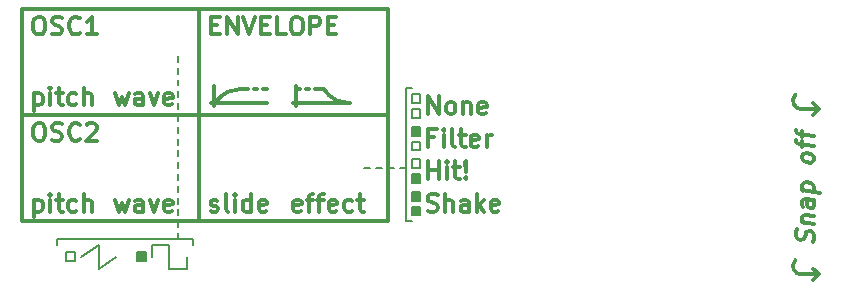
<source format=gbr>
G04 #@! TF.GenerationSoftware,KiCad,Pcbnew,(5.1.2)-2*
G04 #@! TF.CreationDate,2019-09-23T11:47:28+02:00*
G04 #@! TF.ProjectId,BusinessSynth,42757369-6e65-4737-9353-796e74682e6b,rev?*
G04 #@! TF.SameCoordinates,Original*
G04 #@! TF.FileFunction,Legend,Top*
G04 #@! TF.FilePolarity,Positive*
%FSLAX46Y46*%
G04 Gerber Fmt 4.6, Leading zero omitted, Abs format (unit mm)*
G04 Created by KiCad (PCBNEW (5.1.2)-2) date 2019-09-23 11:47:28*
%MOMM*%
%LPD*%
G04 APERTURE LIST*
%ADD10C,0.300000*%
%ADD11C,0.200000*%
G04 APERTURE END LIST*
D10*
X193000000Y-106000000D02*
G75*
G02X192500000Y-104792893I0J707107D01*
G01*
X193000000Y-92000000D02*
G75*
G02X192500000Y-90792893I0J707107D01*
G01*
X194500000Y-92000000D02*
X194000000Y-91500000D01*
X194000000Y-92500000D02*
X194500000Y-92000000D01*
X193000000Y-92000000D02*
X194500000Y-92000000D01*
X194000000Y-106500000D02*
X194500000Y-106000000D01*
X194500000Y-106000000D02*
X194000000Y-105500000D01*
X193000000Y-106000000D02*
X194500000Y-106000000D01*
X194007142Y-103218571D02*
X194078571Y-103013214D01*
X194078571Y-102656071D01*
X194007142Y-102504285D01*
X193935714Y-102423928D01*
X193792857Y-102334642D01*
X193650000Y-102316785D01*
X193507142Y-102370357D01*
X193435714Y-102432857D01*
X193364285Y-102566785D01*
X193292857Y-102843571D01*
X193221428Y-102977500D01*
X193150000Y-103040000D01*
X193007142Y-103093571D01*
X192864285Y-103075714D01*
X192721428Y-102986428D01*
X192650000Y-102906071D01*
X192578571Y-102754285D01*
X192578571Y-102397142D01*
X192650000Y-102191785D01*
X193078571Y-101602500D02*
X194078571Y-101727500D01*
X193221428Y-101620357D02*
X193150000Y-101540000D01*
X193078571Y-101388214D01*
X193078571Y-101173928D01*
X193150000Y-101040000D01*
X193292857Y-100986428D01*
X194078571Y-101084642D01*
X194078571Y-99727500D02*
X193292857Y-99629285D01*
X193150000Y-99682857D01*
X193078571Y-99816785D01*
X193078571Y-100102500D01*
X193150000Y-100254285D01*
X194007142Y-99718571D02*
X194078571Y-99870357D01*
X194078571Y-100227500D01*
X194007142Y-100361428D01*
X193864285Y-100415000D01*
X193721428Y-100397142D01*
X193578571Y-100307857D01*
X193507142Y-100156071D01*
X193507142Y-99798928D01*
X193435714Y-99647142D01*
X193078571Y-98888214D02*
X194578571Y-99075714D01*
X193150000Y-98897142D02*
X193078571Y-98745357D01*
X193078571Y-98459642D01*
X193150000Y-98325714D01*
X193221428Y-98263214D01*
X193364285Y-98209642D01*
X193792857Y-98263214D01*
X193935714Y-98352500D01*
X194007142Y-98432857D01*
X194078571Y-98584642D01*
X194078571Y-98870357D01*
X194007142Y-99004285D01*
X194078571Y-96298928D02*
X194007142Y-96432857D01*
X193935714Y-96495357D01*
X193792857Y-96548928D01*
X193364285Y-96495357D01*
X193221428Y-96406071D01*
X193150000Y-96325714D01*
X193078571Y-96173928D01*
X193078571Y-95959642D01*
X193150000Y-95825714D01*
X193221428Y-95763214D01*
X193364285Y-95709642D01*
X193792857Y-95763214D01*
X193935714Y-95852500D01*
X194007142Y-95932857D01*
X194078571Y-96084642D01*
X194078571Y-96298928D01*
X193078571Y-95245357D02*
X193078571Y-94673928D01*
X194078571Y-95156071D02*
X192792857Y-94995357D01*
X192650000Y-94906071D01*
X192578571Y-94754285D01*
X192578571Y-94611428D01*
X193078571Y-94388214D02*
X193078571Y-93816785D01*
X194078571Y-94298928D02*
X192792857Y-94138214D01*
X192650000Y-94048928D01*
X192578571Y-93897142D01*
X192578571Y-93754285D01*
X161355714Y-100607142D02*
X161570000Y-100678571D01*
X161927142Y-100678571D01*
X162070000Y-100607142D01*
X162141428Y-100535714D01*
X162212857Y-100392857D01*
X162212857Y-100250000D01*
X162141428Y-100107142D01*
X162070000Y-100035714D01*
X161927142Y-99964285D01*
X161641428Y-99892857D01*
X161498571Y-99821428D01*
X161427142Y-99750000D01*
X161355714Y-99607142D01*
X161355714Y-99464285D01*
X161427142Y-99321428D01*
X161498571Y-99250000D01*
X161641428Y-99178571D01*
X161998571Y-99178571D01*
X162212857Y-99250000D01*
X162855714Y-100678571D02*
X162855714Y-99178571D01*
X163498571Y-100678571D02*
X163498571Y-99892857D01*
X163427142Y-99750000D01*
X163284285Y-99678571D01*
X163070000Y-99678571D01*
X162927142Y-99750000D01*
X162855714Y-99821428D01*
X164855714Y-100678571D02*
X164855714Y-99892857D01*
X164784285Y-99750000D01*
X164641428Y-99678571D01*
X164355714Y-99678571D01*
X164212857Y-99750000D01*
X164855714Y-100607142D02*
X164712857Y-100678571D01*
X164355714Y-100678571D01*
X164212857Y-100607142D01*
X164141428Y-100464285D01*
X164141428Y-100321428D01*
X164212857Y-100178571D01*
X164355714Y-100107142D01*
X164712857Y-100107142D01*
X164855714Y-100035714D01*
X165570000Y-100678571D02*
X165570000Y-99178571D01*
X165712857Y-100107142D02*
X166141428Y-100678571D01*
X166141428Y-99678571D02*
X165570000Y-100250000D01*
X167355714Y-100607142D02*
X167212857Y-100678571D01*
X166927142Y-100678571D01*
X166784285Y-100607142D01*
X166712857Y-100464285D01*
X166712857Y-99892857D01*
X166784285Y-99750000D01*
X166927142Y-99678571D01*
X167212857Y-99678571D01*
X167355714Y-99750000D01*
X167427142Y-99892857D01*
X167427142Y-100035714D01*
X166712857Y-100178571D01*
X161927142Y-94392857D02*
X161427142Y-94392857D01*
X161427142Y-95178571D02*
X161427142Y-93678571D01*
X162141428Y-93678571D01*
X162712857Y-95178571D02*
X162712857Y-94178571D01*
X162712857Y-93678571D02*
X162641428Y-93750000D01*
X162712857Y-93821428D01*
X162784285Y-93750000D01*
X162712857Y-93678571D01*
X162712857Y-93821428D01*
X163641428Y-95178571D02*
X163498571Y-95107142D01*
X163427142Y-94964285D01*
X163427142Y-93678571D01*
X163998571Y-94178571D02*
X164570000Y-94178571D01*
X164212857Y-93678571D02*
X164212857Y-94964285D01*
X164284285Y-95107142D01*
X164427142Y-95178571D01*
X164570000Y-95178571D01*
X165641428Y-95107142D02*
X165498571Y-95178571D01*
X165212857Y-95178571D01*
X165070000Y-95107142D01*
X164998571Y-94964285D01*
X164998571Y-94392857D01*
X165070000Y-94250000D01*
X165212857Y-94178571D01*
X165498571Y-94178571D01*
X165641428Y-94250000D01*
X165712857Y-94392857D01*
X165712857Y-94535714D01*
X164998571Y-94678571D01*
X166355714Y-95178571D02*
X166355714Y-94178571D01*
X166355714Y-94464285D02*
X166427142Y-94321428D01*
X166498571Y-94250000D01*
X166641428Y-94178571D01*
X166784285Y-94178571D01*
X161427142Y-97928571D02*
X161427142Y-96428571D01*
X161427142Y-97142857D02*
X162284285Y-97142857D01*
X162284285Y-97928571D02*
X162284285Y-96428571D01*
X162998571Y-97928571D02*
X162998571Y-96928571D01*
X162998571Y-96428571D02*
X162927142Y-96500000D01*
X162998571Y-96571428D01*
X163070000Y-96500000D01*
X162998571Y-96428571D01*
X162998571Y-96571428D01*
X163498571Y-96928571D02*
X164070000Y-96928571D01*
X163712857Y-96428571D02*
X163712857Y-97714285D01*
X163784285Y-97857142D01*
X163927142Y-97928571D01*
X164070000Y-97928571D01*
X164570000Y-97785714D02*
X164641428Y-97857142D01*
X164570000Y-97928571D01*
X164498571Y-97857142D01*
X164570000Y-97785714D01*
X164570000Y-97928571D01*
X164570000Y-97357142D02*
X164498571Y-96500000D01*
X164570000Y-96428571D01*
X164641428Y-96500000D01*
X164570000Y-97357142D01*
X164570000Y-96428571D01*
X161427142Y-92428571D02*
X161427142Y-90928571D01*
X162284285Y-92428571D01*
X162284285Y-90928571D01*
X163212857Y-92428571D02*
X163070000Y-92357142D01*
X162998571Y-92285714D01*
X162927142Y-92142857D01*
X162927142Y-91714285D01*
X162998571Y-91571428D01*
X163070000Y-91500000D01*
X163212857Y-91428571D01*
X163427142Y-91428571D01*
X163570000Y-91500000D01*
X163641428Y-91571428D01*
X163712857Y-91714285D01*
X163712857Y-92142857D01*
X163641428Y-92285714D01*
X163570000Y-92357142D01*
X163427142Y-92428571D01*
X163212857Y-92428571D01*
X164355714Y-91428571D02*
X164355714Y-92428571D01*
X164355714Y-91571428D02*
X164427142Y-91500000D01*
X164570000Y-91428571D01*
X164784285Y-91428571D01*
X164927142Y-91500000D01*
X164998571Y-91642857D01*
X164998571Y-92428571D01*
X166284285Y-92357142D02*
X166141428Y-92428571D01*
X165855714Y-92428571D01*
X165712857Y-92357142D01*
X165641428Y-92214285D01*
X165641428Y-91642857D01*
X165712857Y-91500000D01*
X165855714Y-91428571D01*
X166141428Y-91428571D01*
X166284285Y-91500000D01*
X166355714Y-91642857D01*
X166355714Y-91785714D01*
X165641428Y-91928571D01*
D11*
X160750000Y-91500000D02*
X160750000Y-90750000D01*
X160000000Y-90750000D02*
X160000000Y-91500000D01*
X160000000Y-91500000D02*
X160750000Y-91500000D01*
G36*
X160750000Y-99750000D02*
G01*
X160000000Y-99750000D01*
X160000000Y-99000000D01*
X160750000Y-99000000D01*
X160750000Y-99750000D01*
G37*
X160750000Y-99750000D02*
X160000000Y-99750000D01*
X160000000Y-99000000D01*
X160750000Y-99000000D01*
X160750000Y-99750000D01*
X160750000Y-90750000D02*
X160000000Y-90750000D01*
X160750000Y-92750000D02*
X160750000Y-92000000D01*
X160000000Y-92000000D02*
X160000000Y-92750000D01*
X160000000Y-92750000D02*
X160750000Y-92750000D01*
G36*
X160750000Y-101000000D02*
G01*
X160000000Y-101000000D01*
X160000000Y-100250000D01*
X160750000Y-100250000D01*
X160750000Y-101000000D01*
G37*
X160750000Y-101000000D02*
X160000000Y-101000000D01*
X160000000Y-100250000D01*
X160750000Y-100250000D01*
X160750000Y-101000000D01*
X160750000Y-92000000D02*
X160000000Y-92000000D01*
X160000000Y-96250000D02*
X160000000Y-97000000D01*
X160000000Y-97000000D02*
X160750000Y-97000000D01*
X160750000Y-97000000D02*
X160750000Y-96250000D01*
X160750000Y-96250000D02*
X160000000Y-96250000D01*
G36*
X160750000Y-98250000D02*
G01*
X160000000Y-98250000D01*
X160000000Y-97500000D01*
X160750000Y-97500000D01*
X160750000Y-98250000D01*
G37*
X160750000Y-98250000D02*
X160000000Y-98250000D01*
X160000000Y-97500000D01*
X160750000Y-97500000D01*
X160750000Y-98250000D01*
X160750000Y-95500000D02*
X160750000Y-94750000D01*
X160750000Y-94750000D02*
X160000000Y-94750000D01*
X160000000Y-94750000D02*
X160000000Y-95500000D01*
X160000000Y-95500000D02*
X160750000Y-95500000D01*
G36*
X160750000Y-94250000D02*
G01*
X160000000Y-94250000D01*
X160000000Y-93500000D01*
X160750000Y-93500000D01*
X160750000Y-94250000D01*
G37*
X160750000Y-94250000D02*
X160000000Y-94250000D01*
X160000000Y-93500000D01*
X160750000Y-93500000D01*
X160750000Y-94250000D01*
D10*
X151850000Y-90300000D02*
X152550000Y-90300000D01*
X152553504Y-90297770D02*
G75*
G03X153653291Y-91261268I2196496J1397770D01*
G01*
X153654644Y-91261955D02*
G75*
G03X154650000Y-91500000I995356J1961955D01*
G01*
X150250000Y-90300000D02*
X150550000Y-90300000D01*
X151050000Y-90300000D02*
X151350000Y-90300000D01*
X150250000Y-90050000D02*
X150250000Y-91750000D01*
X150000000Y-91500000D02*
X154750000Y-91500000D01*
X143431422Y-91386730D02*
G75*
G02X144453291Y-90538732I2118578J-1513270D01*
G01*
X144453291Y-90538732D02*
G75*
G02X145450000Y-90300000I996709J-1961268D01*
G01*
X143000000Y-91500000D02*
X147750000Y-91500000D01*
X143250000Y-90050000D02*
X143250000Y-91750000D01*
X146650000Y-90300000D02*
X146950000Y-90300000D01*
X147450000Y-90300000D02*
X147750000Y-90300000D01*
X145450000Y-90300000D02*
X146150000Y-90300000D01*
X158000000Y-101500000D02*
X158000000Y-83500000D01*
D11*
X160000000Y-101500000D02*
X159500000Y-101500000D01*
X159500000Y-90250000D02*
X160000000Y-90250000D01*
X159500000Y-90250000D02*
X159500000Y-101500000D01*
X159000000Y-97000000D02*
X159500000Y-97000000D01*
X157000000Y-97000000D02*
X157500000Y-97000000D01*
X158000000Y-97000000D02*
X158500000Y-97000000D01*
X156000000Y-97000000D02*
X156500000Y-97000000D01*
X139500000Y-103500000D02*
X138000000Y-103500000D01*
X138000000Y-104500000D02*
X138000000Y-103500000D01*
X139500000Y-103500000D02*
X139500000Y-105500000D01*
X141000000Y-105500000D02*
X139500000Y-105500000D01*
X141000000Y-105500000D02*
X141000000Y-104500000D01*
X132000000Y-104500000D02*
X133500000Y-103500000D01*
X133500000Y-105500000D02*
X135000000Y-104500000D01*
X133500000Y-103500000D02*
X133500000Y-105500000D01*
X140250000Y-102500000D02*
X140250000Y-103000000D01*
X140250000Y-101500000D02*
X140250000Y-102000000D01*
X140250000Y-99500000D02*
X140250000Y-100000000D01*
X140250000Y-100500000D02*
X140250000Y-101000000D01*
X140250000Y-98500000D02*
X140250000Y-99000000D01*
X140250000Y-96500000D02*
X140250000Y-97000000D01*
X140250000Y-97500000D02*
X140250000Y-98000000D01*
X140250000Y-95500000D02*
X140250000Y-96000000D01*
X140250000Y-93500000D02*
X140250000Y-94000000D01*
X140250000Y-94500000D02*
X140250000Y-95000000D01*
X140250000Y-92500000D02*
X140250000Y-93000000D01*
X140250000Y-90500000D02*
X140250000Y-91000000D01*
X140250000Y-91500000D02*
X140250000Y-92000000D01*
X140250000Y-89500000D02*
X140250000Y-90000000D01*
X140250000Y-88500000D02*
X140250000Y-89000000D01*
X140250000Y-87500000D02*
X140250000Y-88000000D01*
D10*
X142000000Y-101500000D02*
X142000000Y-83500000D01*
X158000000Y-101500000D02*
X127000000Y-101500000D01*
X158000000Y-83500000D02*
X127000000Y-83500000D01*
X134909285Y-90678571D02*
X135195000Y-91678571D01*
X135480714Y-90964285D01*
X135766428Y-91678571D01*
X136052142Y-90678571D01*
X137266428Y-91678571D02*
X137266428Y-90892857D01*
X137195000Y-90750000D01*
X137052142Y-90678571D01*
X136766428Y-90678571D01*
X136623571Y-90750000D01*
X137266428Y-91607142D02*
X137123571Y-91678571D01*
X136766428Y-91678571D01*
X136623571Y-91607142D01*
X136552142Y-91464285D01*
X136552142Y-91321428D01*
X136623571Y-91178571D01*
X136766428Y-91107142D01*
X137123571Y-91107142D01*
X137266428Y-91035714D01*
X137837857Y-90678571D02*
X138195000Y-91678571D01*
X138552142Y-90678571D01*
X139695000Y-91607142D02*
X139552142Y-91678571D01*
X139266428Y-91678571D01*
X139123571Y-91607142D01*
X139052142Y-91464285D01*
X139052142Y-90892857D01*
X139123571Y-90750000D01*
X139266428Y-90678571D01*
X139552142Y-90678571D01*
X139695000Y-90750000D01*
X139766428Y-90892857D01*
X139766428Y-91035714D01*
X139052142Y-91178571D01*
D11*
X141500000Y-103500000D02*
X141500000Y-103000000D01*
X131500000Y-104875000D02*
X131500000Y-104125000D01*
X131500000Y-104125000D02*
X130750000Y-104125000D01*
X130750000Y-104875000D02*
X131500000Y-104875000D01*
X130750000Y-104125000D02*
X130750000Y-104875000D01*
G36*
X137500000Y-104875000D02*
G01*
X136750000Y-104875000D01*
X136750000Y-104125000D01*
X137500000Y-104125000D01*
X137500000Y-104875000D01*
G37*
X137500000Y-104875000D02*
X136750000Y-104875000D01*
X136750000Y-104125000D01*
X137500000Y-104125000D01*
X137500000Y-104875000D01*
X130000000Y-103000000D02*
X130000000Y-103500000D01*
X130000000Y-103000000D02*
X141500000Y-103000000D01*
D10*
X158000000Y-92500000D02*
X127000000Y-92500000D01*
X127000000Y-101500000D02*
X127000000Y-83500000D01*
X150623571Y-100607142D02*
X150480714Y-100678571D01*
X150195000Y-100678571D01*
X150052142Y-100607142D01*
X149980714Y-100464285D01*
X149980714Y-99892857D01*
X150052142Y-99750000D01*
X150195000Y-99678571D01*
X150480714Y-99678571D01*
X150623571Y-99750000D01*
X150695000Y-99892857D01*
X150695000Y-100035714D01*
X149980714Y-100178571D01*
X151123571Y-99678571D02*
X151695000Y-99678571D01*
X151337857Y-100678571D02*
X151337857Y-99392857D01*
X151409285Y-99250000D01*
X151552142Y-99178571D01*
X151695000Y-99178571D01*
X151980714Y-99678571D02*
X152552142Y-99678571D01*
X152195000Y-100678571D02*
X152195000Y-99392857D01*
X152266428Y-99250000D01*
X152409285Y-99178571D01*
X152552142Y-99178571D01*
X153623571Y-100607142D02*
X153480714Y-100678571D01*
X153195000Y-100678571D01*
X153052142Y-100607142D01*
X152980714Y-100464285D01*
X152980714Y-99892857D01*
X153052142Y-99750000D01*
X153195000Y-99678571D01*
X153480714Y-99678571D01*
X153623571Y-99750000D01*
X153695000Y-99892857D01*
X153695000Y-100035714D01*
X152980714Y-100178571D01*
X154980714Y-100607142D02*
X154837857Y-100678571D01*
X154552142Y-100678571D01*
X154409285Y-100607142D01*
X154337857Y-100535714D01*
X154266428Y-100392857D01*
X154266428Y-99964285D01*
X154337857Y-99821428D01*
X154409285Y-99750000D01*
X154552142Y-99678571D01*
X154837857Y-99678571D01*
X154980714Y-99750000D01*
X155409285Y-99678571D02*
X155980714Y-99678571D01*
X155623571Y-99178571D02*
X155623571Y-100464285D01*
X155695000Y-100607142D01*
X155837857Y-100678571D01*
X155980714Y-100678571D01*
X142980714Y-100607142D02*
X143123571Y-100678571D01*
X143409285Y-100678571D01*
X143552142Y-100607142D01*
X143623571Y-100464285D01*
X143623571Y-100392857D01*
X143552142Y-100250000D01*
X143409285Y-100178571D01*
X143195000Y-100178571D01*
X143052142Y-100107142D01*
X142980714Y-99964285D01*
X142980714Y-99892857D01*
X143052142Y-99750000D01*
X143195000Y-99678571D01*
X143409285Y-99678571D01*
X143552142Y-99750000D01*
X144480714Y-100678571D02*
X144337857Y-100607142D01*
X144266428Y-100464285D01*
X144266428Y-99178571D01*
X145052142Y-100678571D02*
X145052142Y-99678571D01*
X145052142Y-99178571D02*
X144980714Y-99250000D01*
X145052142Y-99321428D01*
X145123571Y-99250000D01*
X145052142Y-99178571D01*
X145052142Y-99321428D01*
X146409285Y-100678571D02*
X146409285Y-99178571D01*
X146409285Y-100607142D02*
X146266428Y-100678571D01*
X145980714Y-100678571D01*
X145837857Y-100607142D01*
X145766428Y-100535714D01*
X145695000Y-100392857D01*
X145695000Y-99964285D01*
X145766428Y-99821428D01*
X145837857Y-99750000D01*
X145980714Y-99678571D01*
X146266428Y-99678571D01*
X146409285Y-99750000D01*
X147695000Y-100607142D02*
X147552142Y-100678571D01*
X147266428Y-100678571D01*
X147123571Y-100607142D01*
X147052142Y-100464285D01*
X147052142Y-99892857D01*
X147123571Y-99750000D01*
X147266428Y-99678571D01*
X147552142Y-99678571D01*
X147695000Y-99750000D01*
X147766428Y-99892857D01*
X147766428Y-100035714D01*
X147052142Y-100178571D01*
X128052142Y-99678571D02*
X128052142Y-101178571D01*
X128052142Y-99750000D02*
X128195000Y-99678571D01*
X128480714Y-99678571D01*
X128623571Y-99750000D01*
X128695000Y-99821428D01*
X128766428Y-99964285D01*
X128766428Y-100392857D01*
X128695000Y-100535714D01*
X128623571Y-100607142D01*
X128480714Y-100678571D01*
X128195000Y-100678571D01*
X128052142Y-100607142D01*
X129409285Y-100678571D02*
X129409285Y-99678571D01*
X129409285Y-99178571D02*
X129337857Y-99250000D01*
X129409285Y-99321428D01*
X129480714Y-99250000D01*
X129409285Y-99178571D01*
X129409285Y-99321428D01*
X129909285Y-99678571D02*
X130480714Y-99678571D01*
X130123571Y-99178571D02*
X130123571Y-100464285D01*
X130195000Y-100607142D01*
X130337857Y-100678571D01*
X130480714Y-100678571D01*
X131623571Y-100607142D02*
X131480714Y-100678571D01*
X131195000Y-100678571D01*
X131052142Y-100607142D01*
X130980714Y-100535714D01*
X130909285Y-100392857D01*
X130909285Y-99964285D01*
X130980714Y-99821428D01*
X131052142Y-99750000D01*
X131195000Y-99678571D01*
X131480714Y-99678571D01*
X131623571Y-99750000D01*
X132266428Y-100678571D02*
X132266428Y-99178571D01*
X132909285Y-100678571D02*
X132909285Y-99892857D01*
X132837857Y-99750000D01*
X132695000Y-99678571D01*
X132480714Y-99678571D01*
X132337857Y-99750000D01*
X132266428Y-99821428D01*
X134909285Y-99678571D02*
X135195000Y-100678571D01*
X135480714Y-99964285D01*
X135766428Y-100678571D01*
X136052142Y-99678571D01*
X137266428Y-100678571D02*
X137266428Y-99892857D01*
X137195000Y-99750000D01*
X137052142Y-99678571D01*
X136766428Y-99678571D01*
X136623571Y-99750000D01*
X137266428Y-100607142D02*
X137123571Y-100678571D01*
X136766428Y-100678571D01*
X136623571Y-100607142D01*
X136552142Y-100464285D01*
X136552142Y-100321428D01*
X136623571Y-100178571D01*
X136766428Y-100107142D01*
X137123571Y-100107142D01*
X137266428Y-100035714D01*
X137837857Y-99678571D02*
X138195000Y-100678571D01*
X138552142Y-99678571D01*
X139695000Y-100607142D02*
X139552142Y-100678571D01*
X139266428Y-100678571D01*
X139123571Y-100607142D01*
X139052142Y-100464285D01*
X139052142Y-99892857D01*
X139123571Y-99750000D01*
X139266428Y-99678571D01*
X139552142Y-99678571D01*
X139695000Y-99750000D01*
X139766428Y-99892857D01*
X139766428Y-100035714D01*
X139052142Y-100178571D01*
X128052142Y-90678571D02*
X128052142Y-92178571D01*
X128052142Y-90750000D02*
X128195000Y-90678571D01*
X128480714Y-90678571D01*
X128623571Y-90750000D01*
X128695000Y-90821428D01*
X128766428Y-90964285D01*
X128766428Y-91392857D01*
X128695000Y-91535714D01*
X128623571Y-91607142D01*
X128480714Y-91678571D01*
X128195000Y-91678571D01*
X128052142Y-91607142D01*
X129409285Y-91678571D02*
X129409285Y-90678571D01*
X129409285Y-90178571D02*
X129337857Y-90250000D01*
X129409285Y-90321428D01*
X129480714Y-90250000D01*
X129409285Y-90178571D01*
X129409285Y-90321428D01*
X129909285Y-90678571D02*
X130480714Y-90678571D01*
X130123571Y-90178571D02*
X130123571Y-91464285D01*
X130195000Y-91607142D01*
X130337857Y-91678571D01*
X130480714Y-91678571D01*
X131623571Y-91607142D02*
X131480714Y-91678571D01*
X131195000Y-91678571D01*
X131052142Y-91607142D01*
X130980714Y-91535714D01*
X130909285Y-91392857D01*
X130909285Y-90964285D01*
X130980714Y-90821428D01*
X131052142Y-90750000D01*
X131195000Y-90678571D01*
X131480714Y-90678571D01*
X131623571Y-90750000D01*
X132266428Y-91678571D02*
X132266428Y-90178571D01*
X132909285Y-91678571D02*
X132909285Y-90892857D01*
X132837857Y-90750000D01*
X132695000Y-90678571D01*
X132480714Y-90678571D01*
X132337857Y-90750000D01*
X132266428Y-90821428D01*
X143052142Y-84892857D02*
X143552142Y-84892857D01*
X143766428Y-85678571D02*
X143052142Y-85678571D01*
X143052142Y-84178571D01*
X143766428Y-84178571D01*
X144409285Y-85678571D02*
X144409285Y-84178571D01*
X145266428Y-85678571D01*
X145266428Y-84178571D01*
X145766428Y-84178571D02*
X146266428Y-85678571D01*
X146766428Y-84178571D01*
X147266428Y-84892857D02*
X147766428Y-84892857D01*
X147980714Y-85678571D02*
X147266428Y-85678571D01*
X147266428Y-84178571D01*
X147980714Y-84178571D01*
X149337857Y-85678571D02*
X148623571Y-85678571D01*
X148623571Y-84178571D01*
X150123571Y-84178571D02*
X150409285Y-84178571D01*
X150552142Y-84250000D01*
X150695000Y-84392857D01*
X150766428Y-84678571D01*
X150766428Y-85178571D01*
X150695000Y-85464285D01*
X150552142Y-85607142D01*
X150409285Y-85678571D01*
X150123571Y-85678571D01*
X149980714Y-85607142D01*
X149837857Y-85464285D01*
X149766428Y-85178571D01*
X149766428Y-84678571D01*
X149837857Y-84392857D01*
X149980714Y-84250000D01*
X150123571Y-84178571D01*
X151409285Y-85678571D02*
X151409285Y-84178571D01*
X151980714Y-84178571D01*
X152123571Y-84250000D01*
X152195000Y-84321428D01*
X152266428Y-84464285D01*
X152266428Y-84678571D01*
X152195000Y-84821428D01*
X152123571Y-84892857D01*
X151980714Y-84964285D01*
X151409285Y-84964285D01*
X152909285Y-84892857D02*
X153409285Y-84892857D01*
X153623571Y-85678571D02*
X152909285Y-85678571D01*
X152909285Y-84178571D01*
X153623571Y-84178571D01*
X128337857Y-93178571D02*
X128623571Y-93178571D01*
X128766428Y-93250000D01*
X128909285Y-93392857D01*
X128980714Y-93678571D01*
X128980714Y-94178571D01*
X128909285Y-94464285D01*
X128766428Y-94607142D01*
X128623571Y-94678571D01*
X128337857Y-94678571D01*
X128195000Y-94607142D01*
X128052142Y-94464285D01*
X127980714Y-94178571D01*
X127980714Y-93678571D01*
X128052142Y-93392857D01*
X128195000Y-93250000D01*
X128337857Y-93178571D01*
X129552142Y-94607142D02*
X129766428Y-94678571D01*
X130123571Y-94678571D01*
X130266428Y-94607142D01*
X130337857Y-94535714D01*
X130409285Y-94392857D01*
X130409285Y-94250000D01*
X130337857Y-94107142D01*
X130266428Y-94035714D01*
X130123571Y-93964285D01*
X129837857Y-93892857D01*
X129695000Y-93821428D01*
X129623571Y-93750000D01*
X129552142Y-93607142D01*
X129552142Y-93464285D01*
X129623571Y-93321428D01*
X129695000Y-93250000D01*
X129837857Y-93178571D01*
X130195000Y-93178571D01*
X130409285Y-93250000D01*
X131909285Y-94535714D02*
X131837857Y-94607142D01*
X131623571Y-94678571D01*
X131480714Y-94678571D01*
X131266428Y-94607142D01*
X131123571Y-94464285D01*
X131052142Y-94321428D01*
X130980714Y-94035714D01*
X130980714Y-93821428D01*
X131052142Y-93535714D01*
X131123571Y-93392857D01*
X131266428Y-93250000D01*
X131480714Y-93178571D01*
X131623571Y-93178571D01*
X131837857Y-93250000D01*
X131909285Y-93321428D01*
X132480714Y-93321428D02*
X132552142Y-93250000D01*
X132695000Y-93178571D01*
X133052142Y-93178571D01*
X133195000Y-93250000D01*
X133266428Y-93321428D01*
X133337857Y-93464285D01*
X133337857Y-93607142D01*
X133266428Y-93821428D01*
X132409285Y-94678571D01*
X133337857Y-94678571D01*
X128337857Y-84178571D02*
X128623571Y-84178571D01*
X128766428Y-84250000D01*
X128909285Y-84392857D01*
X128980714Y-84678571D01*
X128980714Y-85178571D01*
X128909285Y-85464285D01*
X128766428Y-85607142D01*
X128623571Y-85678571D01*
X128337857Y-85678571D01*
X128195000Y-85607142D01*
X128052142Y-85464285D01*
X127980714Y-85178571D01*
X127980714Y-84678571D01*
X128052142Y-84392857D01*
X128195000Y-84250000D01*
X128337857Y-84178571D01*
X129552142Y-85607142D02*
X129766428Y-85678571D01*
X130123571Y-85678571D01*
X130266428Y-85607142D01*
X130337857Y-85535714D01*
X130409285Y-85392857D01*
X130409285Y-85250000D01*
X130337857Y-85107142D01*
X130266428Y-85035714D01*
X130123571Y-84964285D01*
X129837857Y-84892857D01*
X129695000Y-84821428D01*
X129623571Y-84750000D01*
X129552142Y-84607142D01*
X129552142Y-84464285D01*
X129623571Y-84321428D01*
X129695000Y-84250000D01*
X129837857Y-84178571D01*
X130195000Y-84178571D01*
X130409285Y-84250000D01*
X131909285Y-85535714D02*
X131837857Y-85607142D01*
X131623571Y-85678571D01*
X131480714Y-85678571D01*
X131266428Y-85607142D01*
X131123571Y-85464285D01*
X131052142Y-85321428D01*
X130980714Y-85035714D01*
X130980714Y-84821428D01*
X131052142Y-84535714D01*
X131123571Y-84392857D01*
X131266428Y-84250000D01*
X131480714Y-84178571D01*
X131623571Y-84178571D01*
X131837857Y-84250000D01*
X131909285Y-84321428D01*
X133337857Y-85678571D02*
X132480714Y-85678571D01*
X132909285Y-85678571D02*
X132909285Y-84178571D01*
X132766428Y-84392857D01*
X132623571Y-84535714D01*
X132480714Y-84607142D01*
M02*

</source>
